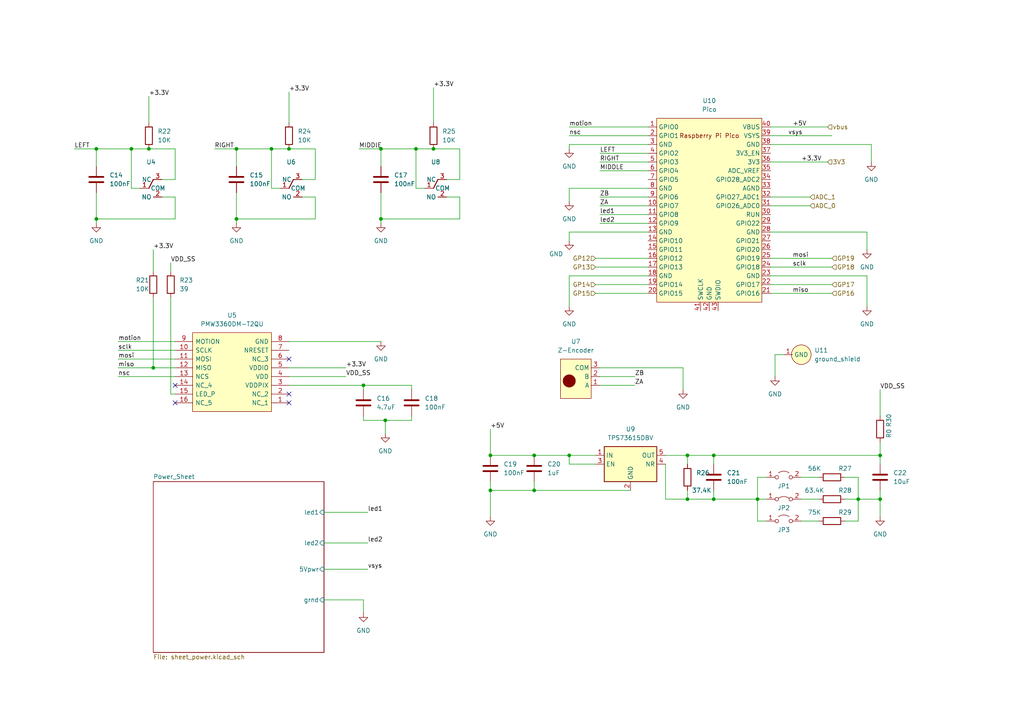
<source format=kicad_sch>
(kicad_sch (version 20230121) (generator eeschema)
  (paper "A4")
  (lib_symbols
    (symbol "Device:C" (pin_numbers hide) (pin_names (offset 0.254))
      (property "Reference" "C" (at 0.635 2.54 0))
      (property "Value" "C" (at 0.635 -2.54 0))
      (symbol "C_0_1"
        (polyline (pts (xy -2.032 -0.762) (xy 2.032 -0.762)) (stroke (width 0.508)))
        (polyline (pts (xy -2.032 0.762) (xy 2.032 0.762)) (stroke (width 0.508)))
      )
      (symbol "C_1_1"
        (pin passive line (at 0 3.81 270) (length 2.794) (name "~") (number "1"))
        (pin passive line (at 0 -3.81 90) (length 2.794) (name "~") (number "2"))
      )
    )
    (symbol "Device:R" (pin_numbers hide) (pin_names (offset 0))
      (property "Reference" "R" (at 2.032 0 90))
      (property "Value" "R" (at 0 0 90))
      (symbol "R_0_1"
        (rectangle (start -1.016 -2.54) (end 1.016 2.54) (stroke (width 0.254)))
      )
      (symbol "R_1_1"
        (pin passive line (at 0 3.81 270) (length 1.27) (name "~") (number "1"))
        (pin passive line (at 0 -3.81 90) (length 1.27) (name "~") (number "2"))
      )
    )
    (symbol "Jumper:Jumper_2_Bridged" (pin_names (offset 0) hide)
      (property "Reference" "JP" (at 0 1.905 0))
      (property "Value" "Jumper_2_Bridged" (at 0 -2.54 0))
      (symbol "Jumper_2_Bridged_0_0"
        (circle (center -2.032 0) (radius 0.508))
        (circle (center 2.032 0) (radius 0.508))
      )
      (symbol "Jumper_2_Bridged_0_1"
        (arc (start 1.524 0.254) (mid 0 0.762) (end -1.524 0.254))
      )
      (symbol "Jumper_2_Bridged_1_1"
        (pin passive line (at -5.08 0 0) (length 2.54) (name "A") (number "1"))
        (pin passive line (at 5.08 0 180) (length 2.54) (name "B") (number "2"))
      )
    )
    (symbol "Jumper:Jumper_2_Open" (pin_names (offset 0) hide)
      (property "Reference" "JP" (at 0 2.794 0))
      (property "Value" "Jumper_2_Open" (at 0 -2.286 0))
      (symbol "Jumper_2_Open_0_0"
        (circle (center -2.032 0) (radius 0.508))
        (circle (center 2.032 0) (radius 0.508))
      )
      (symbol "Jumper_2_Open_0_1"
        (arc (start 1.524 1.27) (mid 0 1.778) (end -1.524 1.27))
      )
      (symbol "Jumper_2_Open_1_1"
        (pin passive line (at -5.08 0 0) (length 2.54) (name "A") (number "1"))
        (pin passive line (at 5.08 0 180) (length 2.54) (name "B") (number "2"))
      )
    )
    (symbol "MCU_RaspberryPi_and_Boards:Pico"
      (property "Reference" "U" (at -13.97 27.94 0))
      (property "Value" "Pico" (at 0 19.05 0))
      (symbol "Pico_0_0"
        (text "Raspberry Pi Pico" (at 0 21.59 0) (effects (font (size 1.27 1.27))))
      )
      (symbol "Pico_0_1"
        (rectangle (start -15.24 26.67) (end 15.24 -26.67) (fill (type background)))
      )
      (symbol "Pico_1_1"
        (pin bidirectional line (at -17.78 24.13 0) (length 2.54) (name "GPIO0") (number "1"))
        (pin bidirectional line (at -17.78 1.27 0) (length 2.54) (name "GPIO7") (number "10"))
        (pin bidirectional line (at -17.78 -1.27 0) (length 2.54) (name "GPIO8") (number "11"))
        (pin bidirectional line (at -17.78 -3.81 0) (length 2.54) (name "GPIO9") (number "12"))
        (pin power_in line (at -17.78 -6.35 0) (length 2.54) (name "GND") (number "13"))
        (pin bidirectional line (at -17.78 -8.89 0) (length 2.54) (name "GPIO10") (number "14"))
        (pin bidirectional line (at -17.78 -11.43 0) (length 2.54) (name "GPIO11") (number "15"))
        (pin bidirectional line (at -17.78 -13.97 0) (length 2.54) (name "GPIO12") (number "16"))
        (pin bidirectional line (at -17.78 -16.51 0) (length 2.54) (name "GPIO13") (number "17"))
        (pin power_in line (at -17.78 -19.05 0) (length 2.54) (name "GND") (number "18"))
        (pin bidirectional line (at -17.78 -21.59 0) (length 2.54) (name "GPIO14") (number "19"))
        (pin bidirectional line (at -17.78 21.59 0) (length 2.54) (name "GPIO1") (number "2"))
        (pin bidirectional line (at -17.78 -24.13 0) (length 2.54) (name "GPIO15") (number "20"))
        (pin bidirectional line (at 17.78 -24.13 180) (length 2.54) (name "GPIO16") (number "21"))
        (pin bidirectional line (at 17.78 -21.59 180) (length 2.54) (name "GPIO17") (number "22"))
        (pin power_in line (at 17.78 -19.05 180) (length 2.54) (name "GND") (number "23"))
        (pin bidirectional line (at 17.78 -16.51 180) (length 2.54) (name "GPIO18") (number "24"))
        (pin bidirectional line (at 17.78 -13.97 180) (length 2.54) (name "GPIO19") (number "25"))
        (pin bidirectional line (at 17.78 -11.43 180) (length 2.54) (name "GPIO20") (number "26"))
        (pin bidirectional line (at 17.78 -8.89 180) (length 2.54) (name "GPIO21") (number "27"))
        (pin power_in line (at 17.78 -6.35 180) (length 2.54) (name "GND") (number "28"))
        (pin bidirectional line (at 17.78 -3.81 180) (length 2.54) (name "GPIO22") (number "29"))
        (pin power_in line (at -17.78 19.05 0) (length 2.54) (name "GND") (number "3"))
        (pin input line (at 17.78 -1.27 180) (length 2.54) (name "RUN") (number "30"))
        (pin bidirectional line (at 17.78 1.27 180) (length 2.54) (name "GPIO26_ADC0") (number "31"))
        (pin bidirectional line (at 17.78 3.81 180) (length 2.54) (name "GPIO27_ADC1") (number "32"))
        (pin power_in line (at 17.78 6.35 180) (length 2.54) (name "AGND") (number "33"))
        (pin bidirectional line (at 17.78 8.89 180) (length 2.54) (name "GPIO28_ADC2") (number "34"))
        (pin power_in line (at 17.78 11.43 180) (length 2.54) (name "ADC_VREF") (number "35"))
        (pin power_in line (at 17.78 13.97 180) (length 2.54) (name "3V3") (number "36"))
        (pin input line (at 17.78 16.51 180) (length 2.54) (name "3V3_EN") (number "37"))
        (pin bidirectional line (at 17.78 19.05 180) (length 2.54) (name "GND") (number "38"))
        (pin power_in line (at 17.78 21.59 180) (length 2.54) (name "VSYS") (number "39"))
        (pin bidirectional line (at -17.78 16.51 0) (length 2.54) (name "GPIO2") (number "4"))
        (pin power_in line (at 17.78 24.13 180) (length 2.54) (name "VBUS") (number "40"))
        (pin input line (at -2.54 -29.21 90) (length 2.54) (name "SWCLK") (number "41"))
        (pin power_in line (at 0 -29.21 90) (length 2.54) (name "GND") (number "42"))
        (pin bidirectional line (at 2.54 -29.21 90) (length 2.54) (name "SWDIO") (number "43"))
        (pin bidirectional line (at -17.78 13.97 0) (length 2.54) (name "GPIO3") (number "5"))
        (pin bidirectional line (at -17.78 11.43 0) (length 2.54) (name "GPIO4") (number "6"))
        (pin bidirectional line (at -17.78 8.89 0) (length 2.54) (name "GPIO5") (number "7"))
        (pin power_in line (at -17.78 6.35 0) (length 2.54) (name "GND") (number "8"))
        (pin bidirectional line (at -17.78 3.81 0) (length 2.54) (name "GPIO6") (number "9"))
      )
    )
    (symbol "Regulator_Linear:TPS73615DBV"
      (property "Reference" "U" (at -6.35 6.35 0))
      (property "Value" "TPS73615DBV" (at 1.27 6.35 0))
      (symbol "TPS73615DBV_0_1"
        (rectangle (start -7.62 -5.08) (end 7.62 5.08) (stroke (width 0.254)) (fill (type background)))
      )
      (symbol "TPS73615DBV_1_1"
        (pin power_in line (at -10.16 2.54 0) (length 2.54) (name "IN") (number "1"))
        (pin power_in line (at 0 -7.62 90) (length 2.54) (name "GND") (number "2"))
        (pin input line (at -10.16 0 0) (length 2.54) (name "EN") (number "3"))
        (pin passive line (at 10.16 0 180) (length 2.54) (name "NR") (number "4"))
        (pin power_out line (at 10.16 2.54 180) (length 2.54) (name "OUT") (number "5"))
      )
    )
    (symbol "mouse:PMW3360DM-T2QU" (pin_names (offset 0.762))
      (property "Reference" "U" (at 29.21 7.62 0))
      (property "Value" "PMW3360DM-T2QU" (at 29.21 5.08 0))
      (symbol "PMW3360DM-T2QU_0_0"
        (pin passive line (at 33.02 -17.78 180) (length 5.08) (name "NC_1") (number "1"))
        (pin passive line (at 0 -2.54 0) (length 5.08) (name "SCLK") (number "10"))
        (pin passive line (at 0 -5.08 0) (length 5.08) (name "MOSI") (number "11"))
        (pin passive line (at 0 -7.62 0) (length 5.08) (name "MISO") (number "12"))
        (pin passive line (at 0 -10.16 0) (length 5.08) (name "NCS") (number "13"))
        (pin passive line (at 0 -12.7 0) (length 5.08) (name "NC_4") (number "14"))
        (pin passive line (at 0 -15.24 0) (length 5.08) (name "LED_P") (number "15"))
        (pin passive line (at 0 -17.78 0) (length 5.08) (name "NC_5") (number "16"))
        (pin passive line (at 33.02 -15.24 180) (length 5.08) (name "NC_2") (number "2"))
        (pin passive line (at 33.02 -12.7 180) (length 5.08) (name "VDDPIX") (number "3"))
        (pin passive line (at 33.02 -10.16 180) (length 5.08) (name "VDD") (number "4"))
        (pin passive line (at 33.02 -7.62 180) (length 5.08) (name "VDDIO") (number "5"))
        (pin passive line (at 33.02 -5.08 180) (length 5.08) (name "NC_3") (number "6"))
        (pin passive line (at 33.02 -2.54 180) (length 5.08) (name "NRESET") (number "7"))
        (pin passive line (at 33.02 0 180) (length 5.08) (name "GND") (number "8"))
        (pin passive line (at 0 0 0) (length 5.08) (name "MOTION") (number "9"))
      )
      (symbol "PMW3360DM-T2QU_0_1"
        (polyline (pts (xy 5.08 2.54) (xy 27.94 2.54) (xy 27.94 -20.32) (xy 5.08 -20.32) (xy 5.08 2.54)) (stroke (width 0.1524)) (fill (type background)))
      )
    )
    (symbol "mouse:Switch"
      (property "Reference" "U" (at 6.35 -16.51 0))
      (property "Value" "Switch" (at 8.89 -3.81 0))
      (symbol "Switch_0_1"
        (polyline (pts (xy 6.35 -10.16) (xy 7.62 -7.62)) (stroke (width 0.3)))
      )
      (symbol "Switch_1_1"
        (pin bidirectional line (at 3.81 -10.16 0) (length 2.54) (name "COM") (number "1"))
        (pin bidirectional line (at 10.16 -12.7 180) (length 2.54) (name "NO") (number "2"))
        (pin bidirectional line (at 10.16 -7.62 180) (length 2.54) (name "NC") (number "3"))
      )
    )
    (symbol "mouse:Z-Encoder"
      (property "Reference" "U" (at -3.81 -17.78 0))
      (property "Value" "Z-Encoder" (at 1.27 0 0))
      (symbol "Z-Encoder_0_1"
        (circle (center 0 -10.16) (radius 1.7961) (fill (type outline)))
        (rectangle (start 6.35 -3.81) (end -2.54 -15.24) (fill (type background)))
      )
      (symbol "Z-Encoder_1_1"
        (pin output line (at 8.89 -11.43 180) (length 2.54) (name "A") (number "1"))
        (pin output line (at 8.89 -8.89 180) (length 2.54) (name "B") (number "2"))
        (pin output line (at 8.89 -6.35 180) (length 2.54) (name "COM") (number "3"))
      )
    )
    (symbol "power:GND" (power) (pin_names (offset 0))
      (property "Value" "GND" (at 0 -3.81 0))
      (symbol "GND_0_1"
        (polyline (pts (xy 0 0) (xy 0 -1.27) (xy 1.27 -1.27) (xy 0 -2.54) (xy -1.27 -1.27) (xy 0 -1.27)))
      )
      (symbol "GND_1_1"
        (pin power_in line (at 0 0 270) (length 0) hide (name "GND") (number "1"))
      )
    )
    (symbol "touch_keys:ground_shield"
      (property "Reference" "U" (at -1.27 -1.27 0))
      (property "Value" "ground_shield" (at -2.54 2.54 0))
      (symbol "ground_shield_0_1"
        (circle (center 5.08 -3.81) (radius 2.8398) (fill (type background)))
      )
      (symbol "ground_shield_1_1"
        (pin passive line (at 0 -3.81 0) (length 2.54) (name "GND") (number "1"))
      )
    )
  )
  (junction (at 38.1 43.18))
  (junction (at 125.73 43.18))
  (junction (at 255.27 132.08))
  (junction (at 255.27 144.78))
  (junction (at 207.01 144.78))
  (junction (at 111.76 121.92))
  (junction (at 43.18 43.18))
  (junction (at 154.94 132.08))
  (junction (at 120.65 43.18))
  (junction (at 207.01 132.08))
  (junction (at 68.58 43.18))
  (junction (at 199.39 132.08))
  (junction (at 199.39 144.78))
  (junction (at 165.1 132.08))
  (junction (at 44.45 106.68))
  (junction (at 68.58 63.5))
  (junction (at 110.49 43.18))
  (junction (at 154.94 142.24))
  (junction (at 27.94 43.18))
  (junction (at 27.94 63.5))
  (junction (at 110.49 63.5))
  (junction (at 78.74 43.18))
  (junction (at 105.41 111.76))
  (junction (at 83.82 43.18))
  (junction (at 142.24 132.08))
  (junction (at 248.92 144.78))
  (junction (at 219.71 144.78))
  (junction (at 142.24 142.24))
  (no_connect (at 50.8 116.84))
  (no_connect (at 50.8 111.76))
  (no_connect (at 83.82 116.84))
  (no_connect (at 83.82 104.14))
  (no_connect (at 83.82 114.3))
  (wire (pts (xy 172.72 134.62) (xy 165.1 134.62)))
  (wire (pts (xy 120.65 54.61) (xy 120.65 43.18)))
  (wire (pts (xy 50.8 57.15) (xy 50.8 63.5)))
  (wire (pts (xy 224.79 109.22) (xy 224.79 102.87)))
  (wire (pts (xy 165.1 36.83) (xy 187.96 36.83)))
  (wire (pts (xy 172.72 82.55) (xy 187.96 82.55)))
  (wire (pts (xy 119.38 111.76) (xy 119.38 113.03)))
  (wire (pts (xy 125.73 25.4) (xy 125.73 35.56)))
  (wire (pts (xy 251.46 67.31) (xy 251.46 72.39)))
  (wire (pts (xy 173.99 64.77) (xy 187.96 64.77)))
  (wire (pts (xy 173.99 46.99) (xy 187.96 46.99)))
  (wire (pts (xy 93.98 165.1) (xy 106.68 165.1)))
  (wire (pts (xy 34.29 99.06) (xy 50.8 99.06)))
  (wire (pts (xy 223.52 36.83) (xy 240.03 36.83)))
  (wire (pts (xy 40.64 54.61) (xy 38.1 54.61)))
  (wire (pts (xy 224.79 102.87) (xy 227.33 102.87)))
  (wire (pts (xy 93.98 157.48) (xy 106.68 157.48)))
  (wire (pts (xy 223.52 39.37) (xy 241.3 39.37)))
  (wire (pts (xy 34.29 109.22) (xy 50.8 109.22)))
  (wire (pts (xy 199.39 144.78) (xy 199.39 142.24)))
  (wire (pts (xy 198.12 106.68) (xy 198.12 113.03)))
  (wire (pts (xy 68.58 55.88) (xy 68.58 63.5)))
  (wire (pts (xy 207.01 132.08) (xy 255.27 132.08)))
  (wire (pts (xy 83.82 111.76) (xy 105.41 111.76)))
  (wire (pts (xy 123.19 54.61) (xy 120.65 54.61)))
  (wire (pts (xy 165.1 67.31) (xy 165.1 69.85)))
  (wire (pts (xy 223.52 82.55) (xy 241.3 82.55)))
  (wire (pts (xy 251.46 80.01) (xy 251.46 88.9)))
  (wire (pts (xy 105.41 111.76) (xy 119.38 111.76)))
  (wire (pts (xy 142.24 124.46) (xy 142.24 132.08)))
  (wire (pts (xy 49.53 114.3) (xy 50.8 114.3)))
  (wire (pts (xy 111.76 121.92) (xy 119.38 121.92)))
  (wire (pts (xy 105.41 113.03) (xy 105.41 111.76)))
  (wire (pts (xy 187.96 80.01) (xy 165.1 80.01)))
  (wire (pts (xy 255.27 132.08) (xy 255.27 134.62)))
  (wire (pts (xy 219.71 138.43) (xy 219.71 144.78)))
  (wire (pts (xy 255.27 128.27) (xy 255.27 132.08)))
  (wire (pts (xy 199.39 132.08) (xy 207.01 132.08)))
  (wire (pts (xy 62.23 43.18) (xy 68.58 43.18)))
  (wire (pts (xy 223.52 41.91) (xy 252.73 41.91)))
  (wire (pts (xy 245.11 138.43) (xy 248.92 138.43)))
  (wire (pts (xy 207.01 144.78) (xy 199.39 144.78)))
  (wire (pts (xy 27.94 63.5) (xy 27.94 64.77)))
  (wire (pts (xy 91.44 52.07) (xy 91.44 43.18)))
  (wire (pts (xy 83.82 99.06) (xy 110.49 99.06)))
  (wire (pts (xy 104.14 43.18) (xy 110.49 43.18)))
  (wire (pts (xy 129.54 52.07) (xy 133.35 52.07)))
  (wire (pts (xy 91.44 43.18) (xy 83.82 43.18)))
  (wire (pts (xy 105.41 177.8) (xy 105.41 173.99)))
  (wire (pts (xy 199.39 132.08) (xy 199.39 134.62)))
  (wire (pts (xy 255.27 144.78) (xy 255.27 149.86)))
  (wire (pts (xy 193.04 134.62) (xy 193.04 144.78)))
  (wire (pts (xy 110.49 55.88) (xy 110.49 63.5)))
  (wire (pts (xy 219.71 151.13) (xy 222.25 151.13)))
  (wire (pts (xy 110.49 63.5) (xy 133.35 63.5)))
  (wire (pts (xy 154.94 142.24) (xy 142.24 142.24)))
  (wire (pts (xy 173.99 109.22) (xy 184.15 109.22)))
  (wire (pts (xy 34.29 101.6) (xy 50.8 101.6)))
  (wire (pts (xy 78.74 43.18) (xy 68.58 43.18)))
  (wire (pts (xy 49.53 86.36) (xy 49.53 114.3)))
  (wire (pts (xy 165.1 41.91) (xy 165.1 43.18)))
  (wire (pts (xy 87.63 57.15) (xy 91.44 57.15)))
  (wire (pts (xy 255.27 113.03) (xy 255.27 120.65)))
  (wire (pts (xy 248.92 151.13) (xy 245.11 151.13)))
  (wire (pts (xy 68.58 63.5) (xy 68.58 64.77)))
  (wire (pts (xy 34.29 104.14) (xy 50.8 104.14)))
  (wire (pts (xy 83.82 109.22) (xy 100.33 109.22)))
  (wire (pts (xy 255.27 142.24) (xy 255.27 144.78)))
  (wire (pts (xy 219.71 144.78) (xy 222.25 144.78)))
  (wire (pts (xy 111.76 121.92) (xy 111.76 125.73)))
  (wire (pts (xy 27.94 55.88) (xy 27.94 63.5)))
  (wire (pts (xy 223.52 74.93) (xy 241.3 74.93)))
  (wire (pts (xy 248.92 144.78) (xy 248.92 151.13)))
  (wire (pts (xy 165.1 54.61) (xy 165.1 58.42)))
  (wire (pts (xy 187.96 54.61) (xy 165.1 54.61)))
  (wire (pts (xy 93.98 148.59) (xy 106.68 148.59)))
  (wire (pts (xy 50.8 43.18) (xy 43.18 43.18)))
  (wire (pts (xy 173.99 62.23) (xy 187.96 62.23)))
  (wire (pts (xy 38.1 43.18) (xy 27.94 43.18)))
  (wire (pts (xy 133.35 57.15) (xy 133.35 63.5)))
  (wire (pts (xy 232.41 138.43) (xy 237.49 138.43)))
  (wire (pts (xy 83.82 106.68) (xy 100.33 106.68)))
  (wire (pts (xy 105.41 173.99) (xy 93.98 173.99)))
  (wire (pts (xy 222.25 138.43) (xy 219.71 138.43)))
  (wire (pts (xy 44.45 72.39) (xy 44.45 78.74)))
  (wire (pts (xy 38.1 54.61) (xy 38.1 43.18)))
  (wire (pts (xy 129.54 57.15) (xy 133.35 57.15)))
  (wire (pts (xy 173.99 59.69) (xy 187.96 59.69)))
  (wire (pts (xy 81.28 54.61) (xy 78.74 54.61)))
  (wire (pts (xy 232.41 151.13) (xy 237.49 151.13)))
  (wire (pts (xy 165.1 134.62) (xy 165.1 132.08)))
  (wire (pts (xy 187.96 41.91) (xy 165.1 41.91)))
  (wire (pts (xy 110.49 63.5) (xy 110.49 64.77)))
  (wire (pts (xy 105.41 120.65) (xy 105.41 121.92)))
  (wire (pts (xy 44.45 106.68) (xy 50.8 106.68)))
  (wire (pts (xy 133.35 52.07) (xy 133.35 43.18)))
  (wire (pts (xy 165.1 132.08) (xy 172.72 132.08)))
  (wire (pts (xy 91.44 57.15) (xy 91.44 63.5)))
  (wire (pts (xy 46.99 52.07) (xy 50.8 52.07)))
  (wire (pts (xy 142.24 142.24) (xy 142.24 149.86)))
  (wire (pts (xy 68.58 63.5) (xy 91.44 63.5)))
  (wire (pts (xy 43.18 27.94) (xy 43.18 35.56)))
  (wire (pts (xy 21.59 43.18) (xy 27.94 43.18)))
  (wire (pts (xy 133.35 43.18) (xy 125.73 43.18)))
  (wire (pts (xy 223.52 57.15) (xy 234.95 57.15)))
  (wire (pts (xy 165.1 39.37) (xy 187.96 39.37)))
  (wire (pts (xy 119.38 121.92) (xy 119.38 120.65)))
  (wire (pts (xy 110.49 43.18) (xy 110.49 48.26)))
  (wire (pts (xy 105.41 121.92) (xy 111.76 121.92)))
  (wire (pts (xy 193.04 144.78) (xy 199.39 144.78)))
  (wire (pts (xy 78.74 43.18) (xy 83.82 43.18)))
  (wire (pts (xy 83.82 26.67) (xy 83.82 35.56)))
  (wire (pts (xy 173.99 106.68) (xy 198.12 106.68)))
  (wire (pts (xy 172.72 77.47) (xy 187.96 77.47)))
  (wire (pts (xy 245.11 144.78) (xy 248.92 144.78)))
  (wire (pts (xy 219.71 144.78) (xy 207.01 144.78)))
  (wire (pts (xy 223.52 46.99) (xy 240.03 46.99)))
  (wire (pts (xy 154.94 139.7) (xy 154.94 142.24)))
  (wire (pts (xy 87.63 52.07) (xy 91.44 52.07)))
  (wire (pts (xy 223.52 67.31) (xy 251.46 67.31)))
  (wire (pts (xy 223.52 59.69) (xy 234.95 59.69)))
  (wire (pts (xy 173.99 111.76) (xy 184.15 111.76)))
  (wire (pts (xy 78.74 54.61) (xy 78.74 43.18)))
  (wire (pts (xy 193.04 132.08) (xy 199.39 132.08)))
  (wire (pts (xy 187.96 67.31) (xy 165.1 67.31)))
  (wire (pts (xy 142.24 132.08) (xy 154.94 132.08)))
  (wire (pts (xy 34.29 106.68) (xy 44.45 106.68)))
  (wire (pts (xy 219.71 144.78) (xy 219.71 151.13)))
  (wire (pts (xy 223.52 77.47) (xy 241.3 77.47)))
  (wire (pts (xy 173.99 44.45) (xy 187.96 44.45)))
  (wire (pts (xy 50.8 52.07) (xy 50.8 43.18)))
  (wire (pts (xy 248.92 138.43) (xy 248.92 144.78)))
  (wire (pts (xy 207.01 132.08) (xy 207.01 134.62)))
  (wire (pts (xy 120.65 43.18) (xy 125.73 43.18)))
  (wire (pts (xy 44.45 86.36) (xy 44.45 106.68)))
  (wire (pts (xy 252.73 41.91) (xy 252.73 46.99)))
  (wire (pts (xy 27.94 63.5) (xy 50.8 63.5)))
  (wire (pts (xy 172.72 85.09) (xy 187.96 85.09)))
  (wire (pts (xy 255.27 144.78) (xy 248.92 144.78)))
  (wire (pts (xy 27.94 43.18) (xy 27.94 48.26)))
  (wire (pts (xy 49.53 76.2) (xy 49.53 78.74)))
  (wire (pts (xy 120.65 43.18) (xy 110.49 43.18)))
  (wire (pts (xy 172.72 74.93) (xy 187.96 74.93)))
  (wire (pts (xy 207.01 142.24) (xy 207.01 144.78)))
  (wire (pts (xy 142.24 139.7) (xy 142.24 142.24)))
  (wire (pts (xy 46.99 57.15) (xy 50.8 57.15)))
  (wire (pts (xy 182.88 142.24) (xy 154.94 142.24)))
  (wire (pts (xy 173.99 57.15) (xy 187.96 57.15)))
  (wire (pts (xy 154.94 132.08) (xy 165.1 132.08)))
  (wire (pts (xy 232.41 144.78) (xy 237.49 144.78)))
  (wire (pts (xy 223.52 85.09) (xy 241.3 85.09)))
  (wire (pts (xy 223.52 80.01) (xy 251.46 80.01)))
  (wire (pts (xy 165.1 80.01) (xy 165.1 88.9)))
  (wire (pts (xy 173.99 49.53) (xy 187.96 49.53)))
  (wire (pts (xy 68.58 43.18) (xy 68.58 48.26)))
  (wire (pts (xy 38.1 43.18) (xy 43.18 43.18)))
  (label "led2" (at 106.68 157.48 0))
  (label "vsys" (at 106.68 165.1 0))
  (label "motion" (at 165.1 36.83 0))
  (label "led1" (at 173.99 62.23 0))
  (label "nsc" (at 165.1 39.37 0))
  (label "RIGHT" (at 62.23 43.18 0))
  (label "+5V" (at 229.87 36.83 0))
  (label "+3.3V" (at 83.82 26.67 0))
  (label "miso" (at 229.87 85.09 0))
  (label "vsys" (at 228.6 39.37 0))
  (label "sclk" (at 229.87 77.47 0))
  (label "led2" (at 173.99 64.77 0))
  (label "ZB" (at 173.99 57.15 0))
  (label "sclk" (at 34.29 101.6 0))
  (label "+3.3V" (at 43.18 27.94 0))
  (label "ZA" (at 184.15 111.76 0))
  (label "RIGHT" (at 173.99 46.99 0))
  (label "ZA" (at 173.99 59.69 0))
  (label "nsc" (at 34.29 109.22 0))
  (label "+3.3V" (at 232.41 46.99 0))
  (label "+3.3V" (at 125.73 25.4 0))
  (label "+3.3V" (at 100.33 106.68 0))
  (label "miso" (at 34.29 106.68 0))
  (label "MIDDlE" (at 104.14 43.18 0))
  (label "VDD_SS" (at 49.53 76.2 0))
  (label "+3.3V" (at 44.45 72.39 0))
  (label "motion" (at 34.29 99.06 0))
  (label "ZB" (at 184.15 109.22 0))
  (label "LEFT" (at 173.99 44.45 0))
  (label "mosi" (at 229.87 74.93 0))
  (label "MIDDLE" (at 173.99 49.53 0))
  (label "VDD_SS" (at 100.33 109.22 0))
  (label "+5V" (at 608.33 110.49 0))
  (label "+5V" (at 142.24 124.46 0))
  (label "VDD_SS" (at 255.27 113.03 0))
  (label "led1" (at 106.68 148.59 0))
  (label "LEFT" (at 21.59 43.18 0))
  (label "mosi" (at 34.29 104.14 0))
  (hierarchical_label "ADC_0" (shape input) (at 234.95 59.69 0))
  (hierarchical_label "ADC_1" (shape input) (at 234.95 57.15 0))
  (hierarchical_label "GP16" (shape input) (at 241.3 85.09 0))
  (hierarchical_label "GP14" (shape input) (at 172.72 82.55 180))
  (hierarchical_label "GP18" (shape input) (at 241.3 77.47 0))
  (hierarchical_label "vbus" (shape input) (at 240.03 36.83 0))
  (hierarchical_label "GP17" (shape input) (at 241.3 82.55 0))
  (hierarchical_label "GP19" (shape input) (at 241.3 74.93 0))
  (hierarchical_label "3V3" (shape input) (at 240.03 46.99 0))
  (hierarchical_label "GP12" (shape input) (at 172.72 74.93 180))
  (hierarchical_label "GP15" (shape input) (at 172.72 85.09 180))
  (hierarchical_label "GP13" (shape input) (at 172.72 77.47 180))
  (symbol (lib_id "power:GND") (at 198.12 113.03 0) (unit 1)
    (property "Reference" "#PWR010" (effects hide))
    (property "Value" "GND" (at 198.12 118.11 0))
  )
  (symbol (lib_id "Jumper:Jumper_2_Bridged") (at 227.33 144.78 0) (unit 1)
    (property "Reference" "JP2" (at 227.33 147.32 0))
    (property "Value" "Jumper_2_Bridged" (effects hide))
    (property "Footprint" "mouse:Jump_on" (effects hide))
  )
  (symbol (lib_id "power:GND") (at 224.79 109.22 0) (unit 1)
    (property "Reference" "#PWR020" (effects hide))
    (property "Value" "GND" (at 224.79 114.3 0))
  )
  (symbol (lib_id "power:GND") (at 111.76 125.73 0) (unit 1)
    (property "Reference" "#PWR08" (effects hide))
    (property "Value" "GND" (at 111.76 130.81 0))
  )
  (symbol (lib_id "Device:R") (at 241.3 151.13 90) (unit 1)
    (property "Reference" "R29" (at 245.11 148.59 90))
    (property "Value" "75K" (at 236.22 148.59 90))
    (property "Footprint" "Resistor_SMD:R_0603_1608Metric" (effects hide))
  )
  (symbol (lib_id "power:GND") (at 255.27 149.86 0) (unit 1)
    (property "Reference" "#PWR019" (effects hide))
    (property "Value" "GND" (at 255.27 154.94 0))
  )
  (symbol (lib_id "Device:C") (at 142.24 135.89 0) (unit 1)
    (property "Reference" "C19" (at 146.05 134.6199 0) (effects (justify left)))
    (property "Value" "100nF" (at 146.05 137.1599 0) (effects (justify left)))
    (property "Footprint" "Capacitor_Tantalum_SMD:CP_EIA-1608-08_AVX-J" (effects hide))
  )
  (symbol (lib_id "Device:C") (at 119.38 116.84 0) (unit 1)
    (property "Reference" "C18" (at 123.19 115.5699 0) (effects (justify left)))
    (property "Value" "100nF" (at 123.19 118.1099 0) (effects (justify left)))
    (property "Footprint" "Capacitor_Tantalum_SMD:CP_EIA-3216-12_Kemet-S_Pad1.58x1.35mm_HandSolder" (effects hide))
  )
  (symbol (lib_id "Jumper:Jumper_2_Open") (at 227.33 151.13 0) (unit 1)
    (property "Reference" "JP3" (at 227.33 153.67 0))
    (property "Value" "Jumper_2_Open" (effects hide))
    (property "Footprint" "mouse:jump_off" (effects hide))
  )
  (symbol (lib_id "Device:C") (at 154.94 135.89 0) (unit 1)
    (property "Reference" "C20" (at 158.75 134.6199 0) (effects (justify left)))
    (property "Value" "1uF" (at 158.75 137.1599 0) (effects (justify left)))
    (property "Footprint" "Capacitor_Tantalum_SMD:CP_EIA-1608-08_AVX-J" (effects hide))
  )
  (symbol (lib_id "Device:R") (at 241.3 138.43 90) (unit 1)
    (property "Reference" "R27" (at 245.11 135.89 90))
    (property "Value" "56K" (at 236.22 135.89 90))
    (property "Footprint" "Resistor_SMD:R_0603_1608Metric" (effects hide))
  )
  (symbol (lib_id "power:GND") (at 165.1 88.9 0) (unit 1)
    (property "Reference" "#PWR015" (effects hide))
    (property "Value" "GND" (at 165.1 93.98 0))
  )
  (symbol (lib_id "Device:C") (at 207.01 138.43 0) (unit 1)
    (property "Reference" "C21" (at 210.82 137.1599 0) (effects (justify left)))
    (property "Value" "100nF" (at 210.82 139.6999 0) (effects (justify left)))
    (property "Footprint" "Capacitor_Tantalum_SMD:CP_EIA-1608-08_AVX-J" (effects hide))
  )
  (symbol (lib_id "mouse:PMW3360DM-T2QU") (at 50.8 99.06 0) (unit 1)
    (property "Reference" "U5" (at 67.31 91.44 0))
    (property "Value" "PMW3360DM-T2QU" (at 67.31 93.98 0))
    (property "Footprint" "mouse:PMW3360" (effects hide))
    (property "Datasheet" "http://www.pixart.com.tw/upload/PMS0058-PMW3360DM-T2QU-NNDS-R1.30-06042016_20160902201411.pdf" (effects hide))
    (property "Description" "Optical gaming navigation sensor" (effects hide))
    (property "Manufacturer_Name" "PixArt Imaging Inc." (effects hide))
    (property "Manufacturer_Part_Number" "PMW3360DM-T2QU" (effects hide))
  )
  (symbol (lib_id "mouse:Switch") (at 77.47 44.45 0) (unit 1)
    (property "Reference" "U6" (at 84.455 46.99 0))
    (property "Value" "Switch" (effects hide))
    (property "Footprint" "mouse:switch" (effects hide))
  )
  (symbol (lib_id "power:GND") (at 251.46 72.39 0) (unit 1)
    (property "Reference" "#PWR016" (effects hide))
    (property "Value" "GND" (at 251.46 77.47 0))
  )
  (symbol (lib_id "power:GND") (at 252.73 46.99 0) (unit 1)
    (property "Reference" "#PWR018" (effects hide))
    (property "Value" "GND" (at 252.73 52.07 0))
  )
  (symbol (lib_id "power:GND") (at 68.58 64.77 0) (unit 1)
    (property "Reference" "#PWR06" (effects hide))
    (property "Value" "GND" (at 68.58 69.85 0))
  )
  (symbol (lib_id "touch_keys:ground_shield") (at 227.33 99.06 0) (unit 1)
    (property "Reference" "U11" (at 236.22 101.5999 0) (effects (justify left)))
    (property "Value" "ground_shield" (at 236.22 104.1399 0) (effects (justify left)))
    (property "Footprint" "42QT1481:shield_gnd" (effects hide))
  )
  (symbol (lib_id "Device:R") (at 125.73 39.37 0) (unit 1)
    (property "Reference" "R25" (at 128.27 38.0999 0) (effects (justify left)))
    (property "Value" "10K" (at 128.27 40.6399 0) (effects (justify left)))
    (property "Footprint" "Resistor_SMD:R_0603_1608Metric_Pad0.98x0.95mm_HandSolder" (effects hide))
  )
  (symbol (lib_id "Device:C") (at 110.49 52.07 0) (unit 1)
    (property "Reference" "C17" (at 114.3 50.7999 0) (effects (justify left)))
    (property "Value" "100nF" (at 114.3 53.3399 0) (effects (justify left)))
    (property "Footprint" "Capacitor_Tantalum_SMD:CP_EIA-1608-08_AVX-J" (effects hide))
  )
  (symbol (lib_id "Regulator_Linear:TPS73615DBV") (at 182.88 134.62 0) (unit 1)
    (property "Reference" "U9" (at 182.88 124.46 0))
    (property "Value" "TPS73615DBV" (at 182.88 127 0))
    (property "Footprint" "Package_TO_SOT_SMD:SOT-23-5" (effects hide))
    (property "Datasheet" "http://www.ti.com/lit/ds/symlink/tps736.pdf" (effects hide))
  )
  (symbol (lib_id "power:GND") (at 110.49 64.77 0) (unit 1)
    (property "Reference" "#PWR09" (effects hide))
    (property "Value" "GND" (at 110.49 69.85 0))
  )
  (symbol (lib_id "power:GND") (at 165.1 43.18 0) (unit 1)
    (property "Reference" "#PWR012" (effects hide))
    (property "Value" "GND" (at 165.1 48.26 0))
  )
  (symbol (lib_id "power:GND") (at 251.46 88.9 0) (unit 1)
    (property "Reference" "#PWR017" (effects hide))
    (property "Value" "GND" (at 251.46 93.98 0))
  )
  (symbol (lib_id "Device:R") (at 49.53 82.55 0) (unit 1)
    (property "Reference" "R23" (at 52.07 81.28 0) (effects (justify left)))
    (property "Value" "39" (at 52.07 83.82 0) (effects (justify left)))
    (property "Footprint" "Resistor_SMD:R_0402_1005Metric_Pad0.72x0.64mm_HandSolder" (effects hide))
  )
  (symbol (lib_id "power:GND") (at 110.49 99.06 0) (unit 1)
    (property "Reference" "#PWR07" (effects hide))
    (property "Value" "GND" (at 110.49 104.14 0))
  )
  (symbol (lib_id "power:GND") (at 27.94 64.77 0) (unit 1)
    (property "Reference" "#PWR05" (effects hide))
    (property "Value" "GND" (at 27.94 69.85 0))
  )
  (symbol (lib_id "power:GND") (at 165.1 69.85 0) (unit 1)
    (property "Reference" "#PWR014" (effects hide))
    (property "Value" "GND" (at 161.29 73.66 0))
  )
  (symbol (lib_id "Device:R") (at 241.3 144.78 90) (unit 1)
    (property "Reference" "R28" (at 245.11 142.24 90))
    (property "Value" "63.4K" (at 236.22 142.24 90))
    (property "Footprint" "Resistor_SMD:R_0603_1608Metric" (effects hide))
  )
  (symbol (lib_id "Jumper:Jumper_2_Open") (at 227.33 138.43 0) (unit 1)
    (property "Reference" "JP1" (at 227.33 140.97 0))
    (property "Value" "Jumper_2_Open" (effects hide))
    (property "Footprint" "mouse:jump_off" (effects hide))
  )
  (symbol (lib_id "Device:R") (at 43.18 39.37 0) (unit 1)
    (property "Reference" "R22" (at 45.72 38.0999 0) (effects (justify left)))
    (property "Value" "10K" (at 45.72 40.6399 0) (effects (justify left)))
    (property "Footprint" "Resistor_SMD:R_0603_1608Metric_Pad0.98x0.95mm_HandSolder" (effects hide))
  )
  (symbol (lib_id "MCU_RaspberryPi_and_Boards:Pico") (at 205.74 60.96 0) (unit 1)
    (property "Reference" "U10" (at 205.74 29.21 0))
    (property "Value" "Pico" (at 205.74 31.75 0))
    (property "Footprint" "MCU_RaspberryPi_and_Boards:RPi_Pico_SMD_TH" (effects hide))
  )
  (symbol (lib_id "mouse:Switch") (at 119.38 44.45 0) (unit 1)
    (property "Reference" "U8" (at 126.365 46.99 0))
    (property "Value" "Switch" (effects hide))
    (property "Footprint" "mouse:switch" (effects hide))
  )
  (symbol (lib_id "Device:C") (at 105.41 116.84 0) (unit 1)
    (property "Reference" "C16" (at 109.22 115.5699 0) (effects (justify left)))
    (property "Value" "4.7uF" (at 109.22 118.1099 0) (effects (justify left)))
    (property "Footprint" "Capacitor_Tantalum_SMD:CP_EIA-3216-12_Kemet-S_Pad1.58x1.35mm_HandSolder" (effects hide))
  )
  (symbol (lib_id "mouse:Switch") (at 36.83 44.45 0) (unit 1)
    (property "Reference" "U4" (at 43.815 46.99 0))
    (property "Value" "Switch" (effects hide))
    (property "Footprint" "mouse:switch" (effects hide))
  )
  (symbol (lib_id "Device:R") (at 199.39 138.43 0) (unit 1)
    (property "Reference" "R26" (at 201.93 137.16 0) (effects (justify left)))
    (property "Value" "37.4K" (at 200.66 142.24 0) (effects (justify left)))
    (property "Footprint" "Resistor_SMD:R_0603_1608Metric" (effects hide))
  )
  (symbol (lib_id "Device:R") (at 44.45 82.55 0) (unit 1)
    (property "Reference" "R21" (at 39.37 81.28 0) (effects (justify left)))
    (property "Value" "10K" (at 39.37 83.82 0) (effects (justify left)))
    (property "Footprint" "Resistor_SMD:R_0402_1005Metric_Pad0.72x0.64mm_HandSolder" (effects hide))
  )
  (symbol (lib_id "Device:C") (at 27.94 52.07 0) (unit 1)
    (property "Reference" "C14" (at 31.75 50.7999 0) (effects (justify left)))
    (property "Value" "100nF" (at 31.75 53.3399 0) (effects (justify left)))
    (property "Footprint" "Capacitor_Tantalum_SMD:CP_EIA-1608-08_AVX-J" (effects hide))
  )
  (symbol (lib_id "Device:R") (at 83.82 39.37 0) (unit 1)
    (property "Reference" "R24" (at 86.36 38.0999 0) (effects (justify left)))
    (property "Value" "10K" (at 86.36 40.6399 0) (effects (justify left)))
    (property "Footprint" "Resistor_SMD:R_0603_1608Metric_Pad0.98x0.95mm_HandSolder" (effects hide))
  )
  (symbol (lib_id "Device:C") (at 68.58 52.07 0) (unit 1)
    (property "Reference" "C15" (at 72.39 50.7999 0) (effects (justify left)))
    (property "Value" "100nF" (at 72.39 53.3399 0) (effects (justify left)))
    (property "Footprint" "Capacitor_Tantalum_SMD:CP_EIA-1608-08_AVX-J" (effects hide))
  )
  (symbol (lib_id "power:GND") (at 142.24 149.86 0) (unit 1)
    (property "Reference" "#PWR011" (effects hide))
    (property "Value" "GND" (at 142.24 154.94 0))
  )
  (symbol (lib_id "power:GND") (at 165.1 58.42 0) (unit 1)
    (property "Reference" "#PWR013" (effects hide))
    (property "Value" "GND" (at 165.1 63.5 0))
  )
  (symbol (lib_id "Device:R") (at 255.27 124.46 180) (unit 1)
    (property "Reference" "R30" (at 257.81 121.92 90))
    (property "Value" "R0" (at 257.81 125.73 90))
    (property "Footprint" "Resistor_SMD:R_0603_1608Metric" (effects hide))
  )
  (symbol (lib_id "power:GND") (at 105.41 177.8 0) (unit 1)
    (property "Reference" "#PWR021" (effects hide))
    (property "Value" "GND" (at 105.41 182.88 0))
  )
  (symbol (lib_id "mouse:Z-Encoder") (at 165.1 100.33 0) (unit 1)
    (property "Reference" "U7" (at 167.005 99.06 0))
    (property "Value" "Z-Encoder" (at 167.005 101.6 0))
    (property "Footprint" "mouse:Z-Encoder" (effects hide))
  )
  (symbol (lib_id "Device:C") (at 255.27 138.43 0) (unit 1)
    (property "Reference" "C22" (at 259.08 137.1599 0) (effects (justify left)))
    (property "Value" "10uF" (at 259.08 139.6999 0) (effects (justify left)))
    (property "Footprint" "Capacitor_Tantalum_SMD:CP_EIA-1608-08_AVX-J" (effects hide))
  )
  (sheet (at 44.45 139.7) (size 49.53 49.53) (stroke (width 0.1524))
    (property "Sheetname" "Power_Sheet" (at 44.45 138.9884 0) (effects (justify left bottom)))
    (property "Sheetfile" "sheet_power.kicad_sch" (at 44.45 189.8146 0) (effects (justify left top)))
    (pin "led1" input (at 93.98 148.59 0))
    (pin "led2" input (at 93.98 157.48 0))
    (pin "5Vpwr" input (at 93.98 165.1 0))
    (pin "grnd" input (at 93.98 173.99 0))
  )
)
</source>
